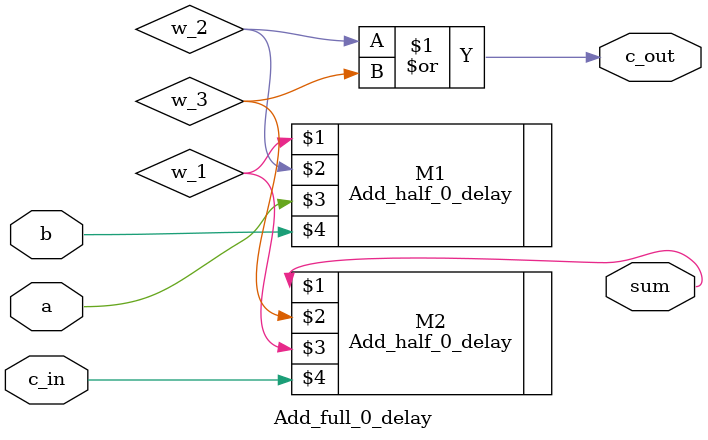
<source format=v>
module Add_full_0_delay(sum, c_out, a, b, c_in);
	output sum, c_out;
	input a, b, c_in;
	wire w_1;
	wire w_2; 
	wire w_3;  
	Add_half_0_delay M1 (w_1, w_2, a, b);
	Add_half_0_delay M2 (sum, w_3, w_1, c_in);
	or M3(c_out, w_2, w_3);
endmodule


</source>
